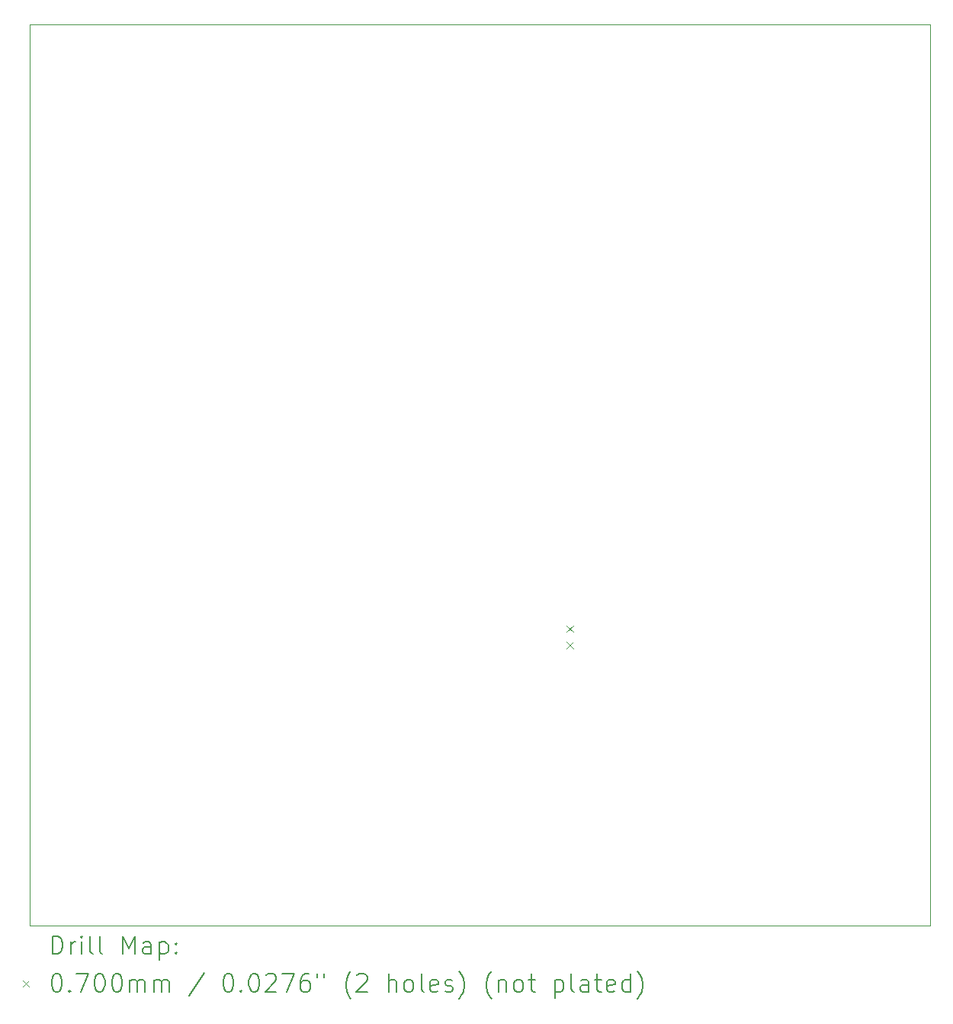
<source format=gbr>
%TF.GenerationSoftware,KiCad,Pcbnew,(6.0.8)*%
%TF.CreationDate,2022-12-02T10:37:13+07:00*%
%TF.ProjectId,espot_mainboard,6573706f-745f-46d6-9169-6e626f617264,rev?*%
%TF.SameCoordinates,Original*%
%TF.FileFunction,Drillmap*%
%TF.FilePolarity,Positive*%
%FSLAX45Y45*%
G04 Gerber Fmt 4.5, Leading zero omitted, Abs format (unit mm)*
G04 Created by KiCad (PCBNEW (6.0.8)) date 2022-12-02 10:37:13*
%MOMM*%
%LPD*%
G01*
G04 APERTURE LIST*
%ADD10C,0.100000*%
%ADD11C,0.200000*%
%ADD12C,0.070000*%
G04 APERTURE END LIST*
D10*
X5109053Y-3359940D02*
X15109053Y-3359940D01*
X15109053Y-3359940D02*
X15109053Y-13359940D01*
X15109053Y-13359940D02*
X5109053Y-13359940D01*
X5109053Y-13359940D02*
X5109053Y-3359940D01*
D11*
D12*
X11072780Y-10034530D02*
X11142780Y-10104530D01*
X11142780Y-10034530D02*
X11072780Y-10104530D01*
X11072780Y-10214530D02*
X11142780Y-10284530D01*
X11142780Y-10214530D02*
X11072780Y-10284530D01*
D11*
X5361672Y-13675416D02*
X5361672Y-13475416D01*
X5409291Y-13475416D01*
X5437863Y-13484940D01*
X5456910Y-13503987D01*
X5466434Y-13523035D01*
X5475958Y-13561130D01*
X5475958Y-13589702D01*
X5466434Y-13627797D01*
X5456910Y-13646844D01*
X5437863Y-13665892D01*
X5409291Y-13675416D01*
X5361672Y-13675416D01*
X5561672Y-13675416D02*
X5561672Y-13542083D01*
X5561672Y-13580178D02*
X5571196Y-13561130D01*
X5580720Y-13551606D01*
X5599767Y-13542083D01*
X5618815Y-13542083D01*
X5685481Y-13675416D02*
X5685481Y-13542083D01*
X5685481Y-13475416D02*
X5675958Y-13484940D01*
X5685481Y-13494464D01*
X5695005Y-13484940D01*
X5685481Y-13475416D01*
X5685481Y-13494464D01*
X5809291Y-13675416D02*
X5790243Y-13665892D01*
X5780720Y-13646844D01*
X5780720Y-13475416D01*
X5914053Y-13675416D02*
X5895005Y-13665892D01*
X5885481Y-13646844D01*
X5885481Y-13475416D01*
X6142624Y-13675416D02*
X6142624Y-13475416D01*
X6209291Y-13618273D01*
X6275958Y-13475416D01*
X6275958Y-13675416D01*
X6456910Y-13675416D02*
X6456910Y-13570654D01*
X6447386Y-13551606D01*
X6428339Y-13542083D01*
X6390243Y-13542083D01*
X6371196Y-13551606D01*
X6456910Y-13665892D02*
X6437862Y-13675416D01*
X6390243Y-13675416D01*
X6371196Y-13665892D01*
X6361672Y-13646844D01*
X6361672Y-13627797D01*
X6371196Y-13608749D01*
X6390243Y-13599225D01*
X6437862Y-13599225D01*
X6456910Y-13589702D01*
X6552148Y-13542083D02*
X6552148Y-13742083D01*
X6552148Y-13551606D02*
X6571196Y-13542083D01*
X6609291Y-13542083D01*
X6628339Y-13551606D01*
X6637862Y-13561130D01*
X6647386Y-13580178D01*
X6647386Y-13637321D01*
X6637862Y-13656368D01*
X6628339Y-13665892D01*
X6609291Y-13675416D01*
X6571196Y-13675416D01*
X6552148Y-13665892D01*
X6733101Y-13656368D02*
X6742624Y-13665892D01*
X6733101Y-13675416D01*
X6723577Y-13665892D01*
X6733101Y-13656368D01*
X6733101Y-13675416D01*
X6733101Y-13551606D02*
X6742624Y-13561130D01*
X6733101Y-13570654D01*
X6723577Y-13561130D01*
X6733101Y-13551606D01*
X6733101Y-13570654D01*
D12*
X5034053Y-13969940D02*
X5104053Y-14039940D01*
X5104053Y-13969940D02*
X5034053Y-14039940D01*
D11*
X5399767Y-13895416D02*
X5418815Y-13895416D01*
X5437863Y-13904940D01*
X5447386Y-13914464D01*
X5456910Y-13933511D01*
X5466434Y-13971606D01*
X5466434Y-14019225D01*
X5456910Y-14057321D01*
X5447386Y-14076368D01*
X5437863Y-14085892D01*
X5418815Y-14095416D01*
X5399767Y-14095416D01*
X5380720Y-14085892D01*
X5371196Y-14076368D01*
X5361672Y-14057321D01*
X5352148Y-14019225D01*
X5352148Y-13971606D01*
X5361672Y-13933511D01*
X5371196Y-13914464D01*
X5380720Y-13904940D01*
X5399767Y-13895416D01*
X5552148Y-14076368D02*
X5561672Y-14085892D01*
X5552148Y-14095416D01*
X5542624Y-14085892D01*
X5552148Y-14076368D01*
X5552148Y-14095416D01*
X5628339Y-13895416D02*
X5761672Y-13895416D01*
X5675958Y-14095416D01*
X5875958Y-13895416D02*
X5895005Y-13895416D01*
X5914053Y-13904940D01*
X5923577Y-13914464D01*
X5933101Y-13933511D01*
X5942624Y-13971606D01*
X5942624Y-14019225D01*
X5933101Y-14057321D01*
X5923577Y-14076368D01*
X5914053Y-14085892D01*
X5895005Y-14095416D01*
X5875958Y-14095416D01*
X5856910Y-14085892D01*
X5847386Y-14076368D01*
X5837862Y-14057321D01*
X5828339Y-14019225D01*
X5828339Y-13971606D01*
X5837862Y-13933511D01*
X5847386Y-13914464D01*
X5856910Y-13904940D01*
X5875958Y-13895416D01*
X6066434Y-13895416D02*
X6085481Y-13895416D01*
X6104529Y-13904940D01*
X6114053Y-13914464D01*
X6123577Y-13933511D01*
X6133101Y-13971606D01*
X6133101Y-14019225D01*
X6123577Y-14057321D01*
X6114053Y-14076368D01*
X6104529Y-14085892D01*
X6085481Y-14095416D01*
X6066434Y-14095416D01*
X6047386Y-14085892D01*
X6037862Y-14076368D01*
X6028339Y-14057321D01*
X6018815Y-14019225D01*
X6018815Y-13971606D01*
X6028339Y-13933511D01*
X6037862Y-13914464D01*
X6047386Y-13904940D01*
X6066434Y-13895416D01*
X6218815Y-14095416D02*
X6218815Y-13962083D01*
X6218815Y-13981130D02*
X6228339Y-13971606D01*
X6247386Y-13962083D01*
X6275958Y-13962083D01*
X6295005Y-13971606D01*
X6304529Y-13990654D01*
X6304529Y-14095416D01*
X6304529Y-13990654D02*
X6314053Y-13971606D01*
X6333101Y-13962083D01*
X6361672Y-13962083D01*
X6380720Y-13971606D01*
X6390243Y-13990654D01*
X6390243Y-14095416D01*
X6485481Y-14095416D02*
X6485481Y-13962083D01*
X6485481Y-13981130D02*
X6495005Y-13971606D01*
X6514053Y-13962083D01*
X6542624Y-13962083D01*
X6561672Y-13971606D01*
X6571196Y-13990654D01*
X6571196Y-14095416D01*
X6571196Y-13990654D02*
X6580720Y-13971606D01*
X6599767Y-13962083D01*
X6628339Y-13962083D01*
X6647386Y-13971606D01*
X6656910Y-13990654D01*
X6656910Y-14095416D01*
X7047386Y-13885892D02*
X6875958Y-14143035D01*
X7304529Y-13895416D02*
X7323577Y-13895416D01*
X7342624Y-13904940D01*
X7352148Y-13914464D01*
X7361672Y-13933511D01*
X7371196Y-13971606D01*
X7371196Y-14019225D01*
X7361672Y-14057321D01*
X7352148Y-14076368D01*
X7342624Y-14085892D01*
X7323577Y-14095416D01*
X7304529Y-14095416D01*
X7285481Y-14085892D01*
X7275958Y-14076368D01*
X7266434Y-14057321D01*
X7256910Y-14019225D01*
X7256910Y-13971606D01*
X7266434Y-13933511D01*
X7275958Y-13914464D01*
X7285481Y-13904940D01*
X7304529Y-13895416D01*
X7456910Y-14076368D02*
X7466434Y-14085892D01*
X7456910Y-14095416D01*
X7447386Y-14085892D01*
X7456910Y-14076368D01*
X7456910Y-14095416D01*
X7590243Y-13895416D02*
X7609291Y-13895416D01*
X7628339Y-13904940D01*
X7637862Y-13914464D01*
X7647386Y-13933511D01*
X7656910Y-13971606D01*
X7656910Y-14019225D01*
X7647386Y-14057321D01*
X7637862Y-14076368D01*
X7628339Y-14085892D01*
X7609291Y-14095416D01*
X7590243Y-14095416D01*
X7571196Y-14085892D01*
X7561672Y-14076368D01*
X7552148Y-14057321D01*
X7542624Y-14019225D01*
X7542624Y-13971606D01*
X7552148Y-13933511D01*
X7561672Y-13914464D01*
X7571196Y-13904940D01*
X7590243Y-13895416D01*
X7733101Y-13914464D02*
X7742624Y-13904940D01*
X7761672Y-13895416D01*
X7809291Y-13895416D01*
X7828339Y-13904940D01*
X7837862Y-13914464D01*
X7847386Y-13933511D01*
X7847386Y-13952559D01*
X7837862Y-13981130D01*
X7723577Y-14095416D01*
X7847386Y-14095416D01*
X7914053Y-13895416D02*
X8047386Y-13895416D01*
X7961672Y-14095416D01*
X8209291Y-13895416D02*
X8171196Y-13895416D01*
X8152148Y-13904940D01*
X8142624Y-13914464D01*
X8123577Y-13943035D01*
X8114053Y-13981130D01*
X8114053Y-14057321D01*
X8123577Y-14076368D01*
X8133101Y-14085892D01*
X8152148Y-14095416D01*
X8190243Y-14095416D01*
X8209291Y-14085892D01*
X8218815Y-14076368D01*
X8228339Y-14057321D01*
X8228339Y-14009702D01*
X8218815Y-13990654D01*
X8209291Y-13981130D01*
X8190243Y-13971606D01*
X8152148Y-13971606D01*
X8133101Y-13981130D01*
X8123577Y-13990654D01*
X8114053Y-14009702D01*
X8304529Y-13895416D02*
X8304529Y-13933511D01*
X8380720Y-13895416D02*
X8380720Y-13933511D01*
X8675958Y-14171606D02*
X8666434Y-14162083D01*
X8647386Y-14133511D01*
X8637863Y-14114464D01*
X8628339Y-14085892D01*
X8618815Y-14038273D01*
X8618815Y-14000178D01*
X8628339Y-13952559D01*
X8637863Y-13923987D01*
X8647386Y-13904940D01*
X8666434Y-13876368D01*
X8675958Y-13866844D01*
X8742624Y-13914464D02*
X8752148Y-13904940D01*
X8771196Y-13895416D01*
X8818815Y-13895416D01*
X8837863Y-13904940D01*
X8847386Y-13914464D01*
X8856910Y-13933511D01*
X8856910Y-13952559D01*
X8847386Y-13981130D01*
X8733101Y-14095416D01*
X8856910Y-14095416D01*
X9095005Y-14095416D02*
X9095005Y-13895416D01*
X9180720Y-14095416D02*
X9180720Y-13990654D01*
X9171196Y-13971606D01*
X9152148Y-13962083D01*
X9123577Y-13962083D01*
X9104529Y-13971606D01*
X9095005Y-13981130D01*
X9304529Y-14095416D02*
X9285482Y-14085892D01*
X9275958Y-14076368D01*
X9266434Y-14057321D01*
X9266434Y-14000178D01*
X9275958Y-13981130D01*
X9285482Y-13971606D01*
X9304529Y-13962083D01*
X9333101Y-13962083D01*
X9352148Y-13971606D01*
X9361672Y-13981130D01*
X9371196Y-14000178D01*
X9371196Y-14057321D01*
X9361672Y-14076368D01*
X9352148Y-14085892D01*
X9333101Y-14095416D01*
X9304529Y-14095416D01*
X9485482Y-14095416D02*
X9466434Y-14085892D01*
X9456910Y-14066844D01*
X9456910Y-13895416D01*
X9637863Y-14085892D02*
X9618815Y-14095416D01*
X9580720Y-14095416D01*
X9561672Y-14085892D01*
X9552148Y-14066844D01*
X9552148Y-13990654D01*
X9561672Y-13971606D01*
X9580720Y-13962083D01*
X9618815Y-13962083D01*
X9637863Y-13971606D01*
X9647386Y-13990654D01*
X9647386Y-14009702D01*
X9552148Y-14028749D01*
X9723577Y-14085892D02*
X9742624Y-14095416D01*
X9780720Y-14095416D01*
X9799767Y-14085892D01*
X9809291Y-14066844D01*
X9809291Y-14057321D01*
X9799767Y-14038273D01*
X9780720Y-14028749D01*
X9752148Y-14028749D01*
X9733101Y-14019225D01*
X9723577Y-14000178D01*
X9723577Y-13990654D01*
X9733101Y-13971606D01*
X9752148Y-13962083D01*
X9780720Y-13962083D01*
X9799767Y-13971606D01*
X9875958Y-14171606D02*
X9885482Y-14162083D01*
X9904529Y-14133511D01*
X9914053Y-14114464D01*
X9923577Y-14085892D01*
X9933101Y-14038273D01*
X9933101Y-14000178D01*
X9923577Y-13952559D01*
X9914053Y-13923987D01*
X9904529Y-13904940D01*
X9885482Y-13876368D01*
X9875958Y-13866844D01*
X10237863Y-14171606D02*
X10228339Y-14162083D01*
X10209291Y-14133511D01*
X10199767Y-14114464D01*
X10190243Y-14085892D01*
X10180720Y-14038273D01*
X10180720Y-14000178D01*
X10190243Y-13952559D01*
X10199767Y-13923987D01*
X10209291Y-13904940D01*
X10228339Y-13876368D01*
X10237863Y-13866844D01*
X10314053Y-13962083D02*
X10314053Y-14095416D01*
X10314053Y-13981130D02*
X10323577Y-13971606D01*
X10342624Y-13962083D01*
X10371196Y-13962083D01*
X10390243Y-13971606D01*
X10399767Y-13990654D01*
X10399767Y-14095416D01*
X10523577Y-14095416D02*
X10504529Y-14085892D01*
X10495005Y-14076368D01*
X10485482Y-14057321D01*
X10485482Y-14000178D01*
X10495005Y-13981130D01*
X10504529Y-13971606D01*
X10523577Y-13962083D01*
X10552148Y-13962083D01*
X10571196Y-13971606D01*
X10580720Y-13981130D01*
X10590243Y-14000178D01*
X10590243Y-14057321D01*
X10580720Y-14076368D01*
X10571196Y-14085892D01*
X10552148Y-14095416D01*
X10523577Y-14095416D01*
X10647386Y-13962083D02*
X10723577Y-13962083D01*
X10675958Y-13895416D02*
X10675958Y-14066844D01*
X10685482Y-14085892D01*
X10704529Y-14095416D01*
X10723577Y-14095416D01*
X10942624Y-13962083D02*
X10942624Y-14162083D01*
X10942624Y-13971606D02*
X10961672Y-13962083D01*
X10999767Y-13962083D01*
X11018815Y-13971606D01*
X11028339Y-13981130D01*
X11037863Y-14000178D01*
X11037863Y-14057321D01*
X11028339Y-14076368D01*
X11018815Y-14085892D01*
X10999767Y-14095416D01*
X10961672Y-14095416D01*
X10942624Y-14085892D01*
X11152148Y-14095416D02*
X11133101Y-14085892D01*
X11123577Y-14066844D01*
X11123577Y-13895416D01*
X11314053Y-14095416D02*
X11314053Y-13990654D01*
X11304529Y-13971606D01*
X11285481Y-13962083D01*
X11247386Y-13962083D01*
X11228339Y-13971606D01*
X11314053Y-14085892D02*
X11295005Y-14095416D01*
X11247386Y-14095416D01*
X11228339Y-14085892D01*
X11218815Y-14066844D01*
X11218815Y-14047797D01*
X11228339Y-14028749D01*
X11247386Y-14019225D01*
X11295005Y-14019225D01*
X11314053Y-14009702D01*
X11380720Y-13962083D02*
X11456910Y-13962083D01*
X11409291Y-13895416D02*
X11409291Y-14066844D01*
X11418815Y-14085892D01*
X11437862Y-14095416D01*
X11456910Y-14095416D01*
X11599767Y-14085892D02*
X11580720Y-14095416D01*
X11542624Y-14095416D01*
X11523577Y-14085892D01*
X11514053Y-14066844D01*
X11514053Y-13990654D01*
X11523577Y-13971606D01*
X11542624Y-13962083D01*
X11580720Y-13962083D01*
X11599767Y-13971606D01*
X11609291Y-13990654D01*
X11609291Y-14009702D01*
X11514053Y-14028749D01*
X11780720Y-14095416D02*
X11780720Y-13895416D01*
X11780720Y-14085892D02*
X11761672Y-14095416D01*
X11723577Y-14095416D01*
X11704529Y-14085892D01*
X11695005Y-14076368D01*
X11685481Y-14057321D01*
X11685481Y-14000178D01*
X11695005Y-13981130D01*
X11704529Y-13971606D01*
X11723577Y-13962083D01*
X11761672Y-13962083D01*
X11780720Y-13971606D01*
X11856910Y-14171606D02*
X11866434Y-14162083D01*
X11885481Y-14133511D01*
X11895005Y-14114464D01*
X11904529Y-14085892D01*
X11914053Y-14038273D01*
X11914053Y-14000178D01*
X11904529Y-13952559D01*
X11895005Y-13923987D01*
X11885481Y-13904940D01*
X11866434Y-13876368D01*
X11856910Y-13866844D01*
M02*

</source>
